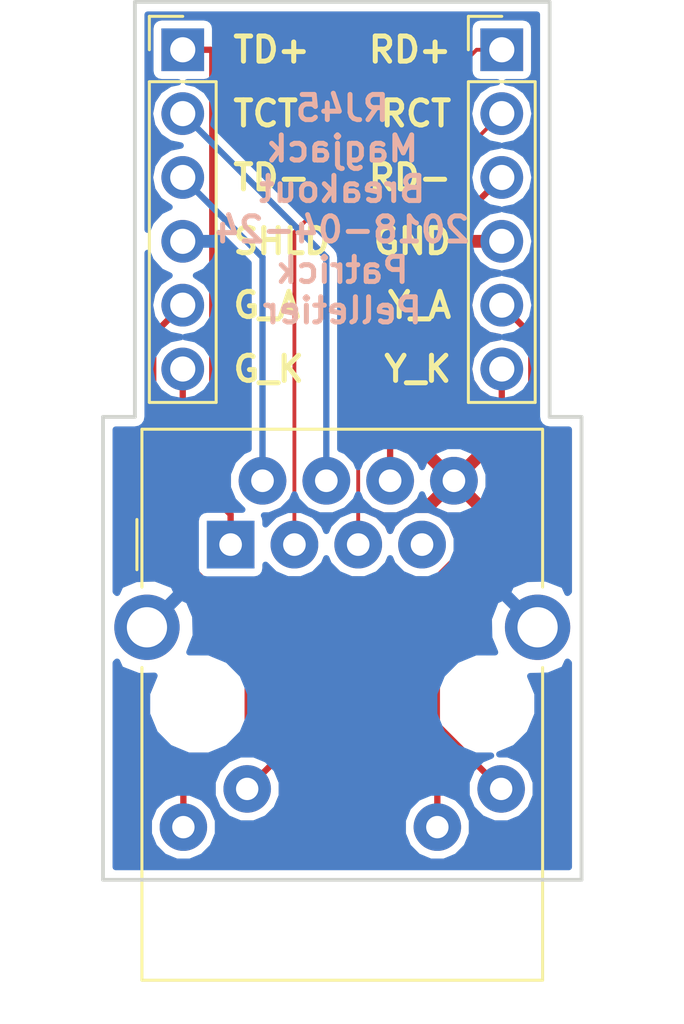
<source format=kicad_pcb>
(kicad_pcb (version 4) (host pcbnew 4.0.7)

  (general
    (links 13)
    (no_connects 0)
    (area 0 0 0 0)
    (thickness 1.6)
    (drawings 21)
    (tracks 39)
    (zones 0)
    (modules 3)
    (nets 14)
  )

  (page USLetter)
  (title_block
    (title "RJ45 Magjack Breakout")
    (date 2018-04-24)
    (rev 1.0)
    (company "Patrick Pelletier")
  )

  (layers
    (0 F.Cu signal)
    (31 B.Cu signal)
    (32 B.Adhes user)
    (33 F.Adhes user)
    (34 B.Paste user)
    (35 F.Paste user)
    (36 B.SilkS user)
    (37 F.SilkS user)
    (38 B.Mask user)
    (39 F.Mask user)
    (40 Dwgs.User user)
    (41 Cmts.User user)
    (42 Eco1.User user)
    (43 Eco2.User user)
    (44 Edge.Cuts user)
    (45 Margin user)
    (46 B.CrtYd user)
    (47 F.CrtYd user)
    (48 B.Fab user)
    (49 F.Fab user)
  )

  (setup
    (last_trace_width 0.25)
    (user_trace_width 0.1524)
    (trace_clearance 0.2)
    (zone_clearance 0.3048)
    (zone_45_only no)
    (trace_min 0.1524)
    (segment_width 0.2)
    (edge_width 0.15)
    (via_size 0.6)
    (via_drill 0.4)
    (via_min_size 0.4)
    (via_min_drill 0.3)
    (uvia_size 0.3)
    (uvia_drill 0.1)
    (uvias_allowed no)
    (uvia_min_size 0.2)
    (uvia_min_drill 0.1)
    (pcb_text_width 0.3)
    (pcb_text_size 1.5 1.5)
    (mod_edge_width 0.15)
    (mod_text_size 1 1)
    (mod_text_width 0.15)
    (pad_size 1.524 1.524)
    (pad_drill 0.762)
    (pad_to_mask_clearance 0)
    (aux_axis_origin 0 0)
    (visible_elements FFFEF77F)
    (pcbplotparams
      (layerselection 0x00030_80000001)
      (usegerberextensions false)
      (excludeedgelayer true)
      (linewidth 0.100000)
      (plotframeref false)
      (viasonmask false)
      (mode 1)
      (useauxorigin false)
      (hpglpennumber 1)
      (hpglpenspeed 20)
      (hpglpendiameter 15)
      (hpglpenoverlay 2)
      (psnegative false)
      (psa4output false)
      (plotreference true)
      (plotvalue true)
      (plotinvisibletext false)
      (padsonsilk false)
      (subtractmaskfromsilk false)
      (outputformat 1)
      (mirror false)
      (drillshape 1)
      (scaleselection 1)
      (outputdirectory ""))
  )

  (net 0 "")
  (net 1 "Net-(J1-Pad1)")
  (net 2 "Net-(J1-Pad2)")
  (net 3 "Net-(J1-Pad3)")
  (net 4 "Net-(J1-Pad4)")
  (net 5 "Net-(J1-Pad5)")
  (net 6 "Net-(J1-Pad6)")
  (net 7 "Net-(J2-PadR3)")
  (net 8 "Net-(J2-PadR5)")
  (net 9 "Net-(J2-PadR6)")
  (net 10 "Net-(J2-PadR7)")
  (net 11 GND)
  (net 12 "Net-(J2-PadL1)")
  (net 13 "Net-(J2-PadL2)")

  (net_class Default "This is the default net class."
    (clearance 0.2)
    (trace_width 0.25)
    (via_dia 0.6)
    (via_drill 0.4)
    (uvia_dia 0.3)
    (uvia_drill 0.1)
    (add_net GND)
    (add_net "Net-(J1-Pad1)")
    (add_net "Net-(J1-Pad2)")
    (add_net "Net-(J1-Pad3)")
    (add_net "Net-(J1-Pad4)")
    (add_net "Net-(J1-Pad5)")
    (add_net "Net-(J1-Pad6)")
    (add_net "Net-(J2-PadL1)")
    (add_net "Net-(J2-PadL2)")
    (add_net "Net-(J2-PadR6)")
    (add_net "Net-(J2-PadR7)")
  )

  (net_class Skinny ""
    (clearance 0.1524)
    (trace_width 0.1524)
    (via_dia 0.6)
    (via_drill 0.4)
    (uvia_dia 0.3)
    (uvia_drill 0.1)
    (add_net "Net-(J2-PadR3)")
    (add_net "Net-(J2-PadR5)")
  )

  (module Pin_Headers:Pin_Header_Straight_1x06_Pitch2.54mm (layer F.Cu) (tedit 5ADFDC51) (tstamp 5ADFD434)
    (at 132.08 77.47)
    (descr "Through hole straight pin header, 1x06, 2.54mm pitch, single row")
    (tags "Through hole pin header THT 1x06 2.54mm single row")
    (path /5ADFCFA8)
    (fp_text reference J1 (at 0 -2.33) (layer F.SilkS) hide
      (effects (font (size 1 1) (thickness 0.15)))
    )
    (fp_text value Conn_01x06 (at 0 15.03) (layer F.Fab)
      (effects (font (size 1 1) (thickness 0.15)))
    )
    (fp_line (start -0.635 -1.27) (end 1.27 -1.27) (layer F.Fab) (width 0.1))
    (fp_line (start 1.27 -1.27) (end 1.27 13.97) (layer F.Fab) (width 0.1))
    (fp_line (start 1.27 13.97) (end -1.27 13.97) (layer F.Fab) (width 0.1))
    (fp_line (start -1.27 13.97) (end -1.27 -0.635) (layer F.Fab) (width 0.1))
    (fp_line (start -1.27 -0.635) (end -0.635 -1.27) (layer F.Fab) (width 0.1))
    (fp_line (start -1.33 14.03) (end 1.33 14.03) (layer F.SilkS) (width 0.12))
    (fp_line (start -1.33 1.27) (end -1.33 14.03) (layer F.SilkS) (width 0.12))
    (fp_line (start 1.33 1.27) (end 1.33 14.03) (layer F.SilkS) (width 0.12))
    (fp_line (start -1.33 1.27) (end 1.33 1.27) (layer F.SilkS) (width 0.12))
    (fp_line (start -1.33 0) (end -1.33 -1.33) (layer F.SilkS) (width 0.12))
    (fp_line (start -1.33 -1.33) (end 0 -1.33) (layer F.SilkS) (width 0.12))
    (fp_line (start -1.8 -1.8) (end -1.8 14.5) (layer F.CrtYd) (width 0.05))
    (fp_line (start -1.8 14.5) (end 1.8 14.5) (layer F.CrtYd) (width 0.05))
    (fp_line (start 1.8 14.5) (end 1.8 -1.8) (layer F.CrtYd) (width 0.05))
    (fp_line (start 1.8 -1.8) (end -1.8 -1.8) (layer F.CrtYd) (width 0.05))
    (fp_text user %R (at 0 6.35 90) (layer F.Fab)
      (effects (font (size 1 1) (thickness 0.15)))
    )
    (pad 1 thru_hole rect (at 0 0) (size 1.7 1.7) (drill 1) (layers *.Cu *.Mask)
      (net 1 "Net-(J1-Pad1)"))
    (pad 2 thru_hole oval (at 0 2.54) (size 1.7 1.7) (drill 1) (layers *.Cu *.Mask)
      (net 2 "Net-(J1-Pad2)"))
    (pad 3 thru_hole oval (at 0 5.08) (size 1.7 1.7) (drill 1) (layers *.Cu *.Mask)
      (net 3 "Net-(J1-Pad3)"))
    (pad 4 thru_hole oval (at 0 7.62) (size 1.7 1.7) (drill 1) (layers *.Cu *.Mask)
      (net 4 "Net-(J1-Pad4)"))
    (pad 5 thru_hole oval (at 0 10.16) (size 1.7 1.7) (drill 1) (layers *.Cu *.Mask)
      (net 5 "Net-(J1-Pad5)"))
    (pad 6 thru_hole oval (at 0 12.7) (size 1.7 1.7) (drill 1) (layers *.Cu *.Mask)
      (net 6 "Net-(J1-Pad6)"))
    (model ${KISYS3DMOD}/Pin_Headers.3dshapes/Pin_Header_Straight_1x06_Pitch2.54mm.wrl
      (at (xyz 0 0 0))
      (scale (xyz 1 1 1))
      (rotate (xyz 0 0 0))
    )
  )

  (module myLibrary:RJ45_Amphenol_RJMG1BD3B8K1ANR (layer F.Cu) (tedit 5ADFDC66) (tstamp 5ADFD459)
    (at 133.985 97.155)
    (descr "1 Port RJ45 Magjack Connector Through Hole 10/100 Base-T, AutoMDIX, https://www.amphenolcanada.com/ProductSearch/Drawings/AC/RJMG1BD3B8K1ANR.PDF")
    (tags "RJ45 Magjack")
    (path /5ADFCF67)
    (fp_text reference J2 (at 4.445 -5.49) (layer F.SilkS) hide
      (effects (font (size 1 1) (thickness 0.15)))
    )
    (fp_text value RJ45_Amphenol_RJMG1BD3B8K1ANR (at 4.445 18.23) (layer F.Fab)
      (effects (font (size 1 1) (thickness 0.15)))
    )
    (fp_line (start -2.43 -4.49) (end 12.32 -4.49) (layer F.Fab) (width 0.1))
    (fp_line (start 12.32 -4.49) (end 12.32 17.23) (layer F.Fab) (width 0.1))
    (fp_line (start 12.32 17.23) (end -3.43 17.23) (layer F.Fab) (width 0.1))
    (fp_line (start -3.43 17.23) (end -3.43 -3.49) (layer F.Fab) (width 0.1))
    (fp_line (start -3.43 -3.49) (end -2.43 -4.49) (layer F.Fab) (width 0.1))
    (fp_line (start -3.53 1.69) (end -3.53 -4.59) (layer F.SilkS) (width 0.12))
    (fp_line (start -3.53 -4.59) (end 12.42 -4.59) (layer F.SilkS) (width 0.12))
    (fp_line (start 12.42 -4.59) (end 12.42 1.69) (layer F.SilkS) (width 0.12))
    (fp_line (start 12.42 4.89) (end 12.42 17.33) (layer F.SilkS) (width 0.12))
    (fp_line (start 12.42 17.33) (end -3.53 17.33) (layer F.SilkS) (width 0.12))
    (fp_line (start -3.53 17.33) (end -3.53 4.89) (layer F.SilkS) (width 0.12))
    (fp_line (start -3.73 -1) (end -3.73 1) (layer F.SilkS) (width 0.12))
    (fp_line (start -5.13 -4.99) (end -5.13 17.73) (layer F.CrtYd) (width 0.05))
    (fp_line (start -5.13 17.73) (end 14.02 17.73) (layer F.CrtYd) (width 0.05))
    (fp_line (start 14.02 17.73) (end 14.02 -4.99) (layer F.CrtYd) (width 0.05))
    (fp_line (start 14.02 -4.99) (end -5.13 -4.99) (layer F.CrtYd) (width 0.05))
    (fp_text user %R (at 4.445 6.37) (layer F.Fab)
      (effects (font (size 1 1) (thickness 0.15)))
    )
    (pad R1 thru_hole rect (at 0 0) (size 1.9 1.9) (drill 0.9) (layers *.Cu *.Mask)
      (net 1 "Net-(J1-Pad1)"))
    (pad R2 thru_hole circle (at 1.27 -2.54) (size 1.9 1.9) (drill 0.9) (layers *.Cu *.Mask)
      (net 3 "Net-(J1-Pad3)"))
    (pad R3 thru_hole circle (at 2.54 0) (size 1.9 1.9) (drill 0.9) (layers *.Cu *.Mask)
      (net 7 "Net-(J2-PadR3)"))
    (pad R4 thru_hole circle (at 3.81 -2.54) (size 1.9 1.9) (drill 0.9) (layers *.Cu *.Mask)
      (net 2 "Net-(J1-Pad2)"))
    (pad R5 thru_hole circle (at 5.08 0) (size 1.9 1.9) (drill 0.9) (layers *.Cu *.Mask)
      (net 8 "Net-(J2-PadR5)"))
    (pad R6 thru_hole circle (at 6.35 -2.54) (size 1.9 1.9) (drill 0.9) (layers *.Cu *.Mask)
      (net 9 "Net-(J2-PadR6)"))
    (pad R7 thru_hole circle (at 7.62 0) (size 1.9 1.9) (drill 0.9) (layers *.Cu *.Mask)
      (net 10 "Net-(J2-PadR7)"))
    (pad R8 thru_hole circle (at 8.89 -2.54) (size 1.9 1.9) (drill 0.9) (layers *.Cu *.Mask)
      (net 11 GND))
    (pad L1 thru_hole circle (at 10.77 9.72) (size 1.89 1.89) (drill 0.89) (layers *.Cu *.Mask)
      (net 12 "Net-(J2-PadL1)"))
    (pad L2 thru_hole circle (at 8.23 11.24) (size 1.89 1.89) (drill 0.89) (layers *.Cu *.Mask)
      (net 13 "Net-(J2-PadL2)"))
    (pad L3 thru_hole circle (at 0.66 9.72) (size 1.89 1.89) (drill 0.89) (layers *.Cu *.Mask)
      (net 6 "Net-(J1-Pad6)"))
    (pad L4 thru_hole circle (at -1.88 11.24) (size 1.89 1.89) (drill 0.89) (layers *.Cu *.Mask)
      (net 5 "Net-(J1-Pad5)"))
    (pad 13 thru_hole circle (at -3.33 3.29) (size 2.6 2.6) (drill 1.6) (layers *.Cu *.Mask)
      (net 4 "Net-(J1-Pad4)"))
    (pad 13 thru_hole circle (at 12.22 3.29) (size 2.6 2.6) (drill 1.6) (layers *.Cu *.Mask)
      (net 4 "Net-(J1-Pad4)"))
    (pad "" np_thru_hole circle (at -1.27 6.34) (size 3.25 3.25) (drill 3.25) (layers *.Cu *.Mask))
    (pad "" np_thru_hole circle (at 10.16 6.34) (size 3.25 3.25) (drill 3.25) (layers *.Cu *.Mask))
    (model ${KISYS3DMOD}/Connector_RJ.3dshapes/RJ45_Amphenol_RJMG1BD3B8K1ANR.wrl
      (at (xyz 0 0 0))
      (scale (xyz 1 1 1))
      (rotate (xyz 0 0 0))
    )
  )

  (module Pin_Headers:Pin_Header_Straight_1x06_Pitch2.54mm (layer F.Cu) (tedit 5ADFDC60) (tstamp 5ADFD473)
    (at 144.78 77.47)
    (descr "Through hole straight pin header, 1x06, 2.54mm pitch, single row")
    (tags "Through hole pin header THT 1x06 2.54mm single row")
    (path /5ADFCFCA)
    (fp_text reference J3 (at 0 -2.33) (layer F.SilkS) hide
      (effects (font (size 1 1) (thickness 0.15)))
    )
    (fp_text value Conn_01x06 (at 0 15.03) (layer F.Fab)
      (effects (font (size 1 1) (thickness 0.15)))
    )
    (fp_line (start -0.635 -1.27) (end 1.27 -1.27) (layer F.Fab) (width 0.1))
    (fp_line (start 1.27 -1.27) (end 1.27 13.97) (layer F.Fab) (width 0.1))
    (fp_line (start 1.27 13.97) (end -1.27 13.97) (layer F.Fab) (width 0.1))
    (fp_line (start -1.27 13.97) (end -1.27 -0.635) (layer F.Fab) (width 0.1))
    (fp_line (start -1.27 -0.635) (end -0.635 -1.27) (layer F.Fab) (width 0.1))
    (fp_line (start -1.33 14.03) (end 1.33 14.03) (layer F.SilkS) (width 0.12))
    (fp_line (start -1.33 1.27) (end -1.33 14.03) (layer F.SilkS) (width 0.12))
    (fp_line (start 1.33 1.27) (end 1.33 14.03) (layer F.SilkS) (width 0.12))
    (fp_line (start -1.33 1.27) (end 1.33 1.27) (layer F.SilkS) (width 0.12))
    (fp_line (start -1.33 0) (end -1.33 -1.33) (layer F.SilkS) (width 0.12))
    (fp_line (start -1.33 -1.33) (end 0 -1.33) (layer F.SilkS) (width 0.12))
    (fp_line (start -1.8 -1.8) (end -1.8 14.5) (layer F.CrtYd) (width 0.05))
    (fp_line (start -1.8 14.5) (end 1.8 14.5) (layer F.CrtYd) (width 0.05))
    (fp_line (start 1.8 14.5) (end 1.8 -1.8) (layer F.CrtYd) (width 0.05))
    (fp_line (start 1.8 -1.8) (end -1.8 -1.8) (layer F.CrtYd) (width 0.05))
    (fp_text user %R (at 0 6.35 90) (layer F.Fab)
      (effects (font (size 1 1) (thickness 0.15)))
    )
    (pad 1 thru_hole rect (at 0 0) (size 1.7 1.7) (drill 1) (layers *.Cu *.Mask)
      (net 7 "Net-(J2-PadR3)"))
    (pad 2 thru_hole oval (at 0 2.54) (size 1.7 1.7) (drill 1) (layers *.Cu *.Mask)
      (net 8 "Net-(J2-PadR5)"))
    (pad 3 thru_hole oval (at 0 5.08) (size 1.7 1.7) (drill 1) (layers *.Cu *.Mask)
      (net 9 "Net-(J2-PadR6)"))
    (pad 4 thru_hole oval (at 0 7.62) (size 1.7 1.7) (drill 1) (layers *.Cu *.Mask)
      (net 11 GND))
    (pad 5 thru_hole oval (at 0 10.16) (size 1.7 1.7) (drill 1) (layers *.Cu *.Mask)
      (net 12 "Net-(J2-PadL1)"))
    (pad 6 thru_hole oval (at 0 12.7) (size 1.7 1.7) (drill 1) (layers *.Cu *.Mask)
      (net 13 "Net-(J2-PadL2)"))
    (model ${KISYS3DMOD}/Pin_Headers.3dshapes/Pin_Header_Straight_1x06_Pitch2.54mm.wrl
      (at (xyz 0 0 0))
      (scale (xyz 1 1 1))
      (rotate (xyz 0 0 0))
    )
  )

  (gr_text "RJ45\nMagjack\nBreakout\n2018-04-24\nPatrick\nPelletier" (at 138.43 83.82) (layer B.SilkS)
    (effects (font (size 1 1) (thickness 0.2)) (justify mirror))
  )
  (gr_text Y_K (at 142.875 90.17) (layer F.SilkS)
    (effects (font (size 1 1) (thickness 0.2)) (justify right))
  )
  (gr_text Y_A (at 142.875 87.63) (layer F.SilkS)
    (effects (font (size 1 1) (thickness 0.2)) (justify right))
  )
  (gr_text GND (at 142.875 85.09) (layer F.SilkS)
    (effects (font (size 1 1) (thickness 0.2)) (justify right))
  )
  (gr_text RD- (at 142.875 82.55) (layer F.SilkS)
    (effects (font (size 1 1) (thickness 0.2)) (justify right))
  )
  (gr_text RCT (at 142.875 80.01) (layer F.SilkS)
    (effects (font (size 1 1) (thickness 0.2)) (justify right))
  )
  (gr_text RD+ (at 142.875 77.47) (layer F.SilkS)
    (effects (font (size 1 1) (thickness 0.2)) (justify right))
  )
  (gr_text G_K (at 133.985 90.17) (layer F.SilkS)
    (effects (font (size 1 1) (thickness 0.2)) (justify left))
  )
  (gr_text G_A (at 133.985 87.63) (layer F.SilkS)
    (effects (font (size 1 1) (thickness 0.2)) (justify left))
  )
  (gr_text SHLD (at 133.985 85.09) (layer F.SilkS)
    (effects (font (size 1 1) (thickness 0.2)) (justify left))
  )
  (gr_text TD- (at 133.985 82.55) (layer F.SilkS)
    (effects (font (size 1 1) (thickness 0.2)) (justify left))
  )
  (gr_text TCT (at 133.985 80.01) (layer F.SilkS)
    (effects (font (size 1 1) (thickness 0.2)) (justify left))
  )
  (gr_text TD+ (at 133.985 77.47) (layer F.SilkS)
    (effects (font (size 1 1) (thickness 0.2)) (justify left))
  )
  (gr_line (start 128.905 92.075) (end 128.905 110.49) (angle 90) (layer Edge.Cuts) (width 0.15))
  (gr_line (start 130.175 92.075) (end 128.905 92.075) (angle 90) (layer Edge.Cuts) (width 0.15))
  (gr_line (start 130.175 75.565) (end 130.175 92.075) (angle 90) (layer Edge.Cuts) (width 0.15))
  (gr_line (start 146.685 75.565) (end 130.175 75.565) (angle 90) (layer Edge.Cuts) (width 0.15))
  (gr_line (start 146.685 92.075) (end 146.685 75.565) (angle 90) (layer Edge.Cuts) (width 0.15))
  (gr_line (start 147.955 92.075) (end 146.685 92.075) (angle 90) (layer Edge.Cuts) (width 0.15))
  (gr_line (start 147.955 110.49) (end 147.955 92.075) (angle 90) (layer Edge.Cuts) (width 0.15))
  (gr_line (start 128.905 110.49) (end 147.955 110.49) (angle 90) (layer Edge.Cuts) (width 0.15))

  (segment (start 133.985 97.155) (end 133.985 95.955) (width 0.25) (layer F.Cu) (net 1))
  (segment (start 133.985 95.955) (end 133.255001 95.225001) (width 0.25) (layer F.Cu) (net 1))
  (segment (start 133.255001 95.225001) (end 133.255001 77.545001) (width 0.25) (layer F.Cu) (net 1))
  (segment (start 133.255001 77.545001) (end 133.18 77.47) (width 0.25) (layer F.Cu) (net 1))
  (segment (start 133.18 77.47) (end 132.08 77.47) (width 0.25) (layer F.Cu) (net 1))
  (segment (start 137.795 94.615) (end 137.795 85.725) (width 0.25) (layer B.Cu) (net 2))
  (segment (start 137.795 85.725) (end 132.08 80.01) (width 0.25) (layer B.Cu) (net 2))
  (segment (start 135.255 94.615) (end 135.255 85.725) (width 0.25) (layer B.Cu) (net 3))
  (segment (start 135.255 85.725) (end 132.08 82.55) (width 0.25) (layer B.Cu) (net 3))
  (segment (start 134.665001 101.010001) (end 130.904999 97.249999) (width 0.25) (layer F.Cu) (net 5))
  (segment (start 130.904999 97.249999) (end 130.904999 88.805001) (width 0.25) (layer F.Cu) (net 5))
  (segment (start 130.904999 88.805001) (end 131.230001 88.479999) (width 0.25) (layer F.Cu) (net 5))
  (segment (start 131.230001 88.479999) (end 132.08 87.63) (width 0.25) (layer F.Cu) (net 5))
  (segment (start 132.105 108.395) (end 132.105 107.058569) (width 0.25) (layer F.Cu) (net 5))
  (segment (start 132.105 107.058569) (end 134.665001 104.498568) (width 0.25) (layer F.Cu) (net 5))
  (segment (start 134.665001 104.498568) (end 134.665001 101.010001) (width 0.25) (layer F.Cu) (net 5))
  (segment (start 134.645 106.875) (end 135.589999 105.930001) (width 0.25) (layer F.Cu) (net 6))
  (segment (start 135.589999 105.930001) (end 135.589999 101.245001) (width 0.25) (layer F.Cu) (net 6))
  (segment (start 135.589999 101.245001) (end 132.08 97.735002) (width 0.25) (layer F.Cu) (net 6))
  (segment (start 132.08 97.735002) (end 132.08 91.372081) (width 0.25) (layer F.Cu) (net 6))
  (segment (start 132.08 91.372081) (end 132.08 90.17) (width 0.25) (layer F.Cu) (net 6))
  (segment (start 136.525 97.155) (end 136.525 84.7226) (width 0.1524) (layer F.Cu) (net 7))
  (segment (start 136.525 84.7226) (end 143.7776 77.47) (width 0.1524) (layer F.Cu) (net 7))
  (segment (start 143.7776 77.47) (end 144.78 77.47) (width 0.1524) (layer F.Cu) (net 7))
  (segment (start 139.065 97.155) (end 139.065 85.725) (width 0.1524) (layer F.Cu) (net 8))
  (segment (start 139.065 85.725) (end 144.78 80.01) (width 0.1524) (layer F.Cu) (net 8))
  (segment (start 140.335 94.615) (end 140.335 86.995) (width 0.25) (layer F.Cu) (net 9))
  (segment (start 140.335 86.995) (end 144.78 82.55) (width 0.25) (layer F.Cu) (net 9))
  (segment (start 145.629999 88.479999) (end 144.78 87.63) (width 0.25) (layer F.Cu) (net 12))
  (segment (start 145.955001 88.805001) (end 145.629999 88.479999) (width 0.25) (layer F.Cu) (net 12))
  (segment (start 142.194999 99.106411) (end 145.955001 95.346409) (width 0.25) (layer F.Cu) (net 12))
  (segment (start 142.194999 104.314999) (end 142.194999 99.106411) (width 0.25) (layer F.Cu) (net 12))
  (segment (start 144.755 106.875) (end 142.194999 104.314999) (width 0.25) (layer F.Cu) (net 12))
  (segment (start 145.955001 95.346409) (end 145.955001 88.805001) (width 0.25) (layer F.Cu) (net 12))
  (segment (start 141.605 99.06) (end 144.78 95.885) (width 0.25) (layer F.Cu) (net 13))
  (segment (start 144.78 95.885) (end 144.78 90.17) (width 0.25) (layer F.Cu) (net 13))
  (segment (start 141.605 106.448569) (end 141.605 99.06) (width 0.25) (layer F.Cu) (net 13))
  (segment (start 142.215 108.395) (end 142.215 107.058569) (width 0.25) (layer F.Cu) (net 13))
  (segment (start 142.215 107.058569) (end 141.605 106.448569) (width 0.25) (layer F.Cu) (net 13))

  (zone (net 4) (net_name "Net-(J1-Pad4)") (layer B.Cu) (tstamp 5ADFE2B8) (hatch edge 0.508)
    (connect_pads (clearance 0.3048))
    (min_thickness 0.254)
    (fill yes (arc_segments 16) (thermal_gap 0.508) (thermal_bridge_width 0.508))
    (polygon
      (pts
        (xy 146.685 92.075) (xy 147.955 92.075) (xy 147.955 110.49) (xy 128.905 110.49) (xy 128.905 92.075)
        (xy 130.175 92.075) (xy 130.175 75.565) (xy 146.685 75.565)
      )
    )
    (filled_polygon
      (pts
        (xy 146.1782 92.075) (xy 146.216778 92.268944) (xy 146.326638 92.433362) (xy 146.491056 92.543222) (xy 146.685 92.5818)
        (xy 147.4482 92.5818) (xy 147.4482 99.022192) (xy 147.394853 99.075539) (xy 147.259496 98.777545) (xy 146.54112 98.500934)
        (xy 145.771573 98.52029) (xy 145.150504 98.777545) (xy 145.015146 99.075541) (xy 146.205 100.265395) (xy 146.219143 100.251253)
        (xy 146.398748 100.430858) (xy 146.384605 100.445) (xy 146.398748 100.459143) (xy 146.219143 100.638748) (xy 146.205 100.624605)
        (xy 146.190858 100.638748) (xy 146.011253 100.459143) (xy 146.025395 100.445) (xy 144.835541 99.255146) (xy 144.537545 99.390504)
        (xy 144.260934 100.10888) (xy 144.28029 100.878427) (xy 144.512288 101.43852) (xy 143.737672 101.437844) (xy 142.981439 101.750313)
        (xy 142.402347 102.328395) (xy 142.088558 103.084082) (xy 142.087844 103.902328) (xy 142.400313 104.658561) (xy 142.978395 105.237653)
        (xy 143.734082 105.551442) (xy 144.351603 105.551981) (xy 143.976124 105.707125) (xy 143.588486 106.094087) (xy 143.37844 106.599936)
        (xy 143.377962 107.147661) (xy 143.587125 107.653876) (xy 143.974087 108.041514) (xy 144.479936 108.25156) (xy 145.027661 108.252038)
        (xy 145.533876 108.042875) (xy 145.921514 107.655913) (xy 146.13156 107.150064) (xy 146.132038 106.602339) (xy 145.922875 106.096124)
        (xy 145.535913 105.708486) (xy 145.030064 105.49844) (xy 144.683064 105.498137) (xy 145.308561 105.239687) (xy 145.887653 104.661605)
        (xy 146.201442 103.905918) (xy 146.202156 103.087672) (xy 145.913039 102.387955) (xy 146.638427 102.36971) (xy 147.259496 102.112455)
        (xy 147.394853 101.814461) (xy 147.4482 101.867808) (xy 147.4482 109.9832) (xy 129.4118 109.9832) (xy 129.4118 108.667661)
        (xy 130.727962 108.667661) (xy 130.937125 109.173876) (xy 131.324087 109.561514) (xy 131.829936 109.77156) (xy 132.377661 109.772038)
        (xy 132.883876 109.562875) (xy 133.271514 109.175913) (xy 133.48156 108.670064) (xy 133.481562 108.667661) (xy 140.837962 108.667661)
        (xy 141.047125 109.173876) (xy 141.434087 109.561514) (xy 141.939936 109.77156) (xy 142.487661 109.772038) (xy 142.993876 109.562875)
        (xy 143.381514 109.175913) (xy 143.59156 108.670064) (xy 143.592038 108.122339) (xy 143.382875 107.616124) (xy 142.995913 107.228486)
        (xy 142.490064 107.01844) (xy 141.942339 107.017962) (xy 141.436124 107.227125) (xy 141.048486 107.614087) (xy 140.83844 108.119936)
        (xy 140.837962 108.667661) (xy 133.481562 108.667661) (xy 133.482038 108.122339) (xy 133.272875 107.616124) (xy 132.885913 107.228486)
        (xy 132.691264 107.147661) (xy 133.267962 107.147661) (xy 133.477125 107.653876) (xy 133.864087 108.041514) (xy 134.369936 108.25156)
        (xy 134.917661 108.252038) (xy 135.423876 108.042875) (xy 135.811514 107.655913) (xy 136.02156 107.150064) (xy 136.022038 106.602339)
        (xy 135.812875 106.096124) (xy 135.425913 105.708486) (xy 134.920064 105.49844) (xy 134.372339 105.497962) (xy 133.866124 105.707125)
        (xy 133.478486 106.094087) (xy 133.26844 106.599936) (xy 133.267962 107.147661) (xy 132.691264 107.147661) (xy 132.380064 107.01844)
        (xy 131.832339 107.017962) (xy 131.326124 107.227125) (xy 130.938486 107.614087) (xy 130.72844 108.119936) (xy 130.727962 108.667661)
        (xy 129.4118 108.667661) (xy 129.4118 101.867808) (xy 129.465147 101.814461) (xy 129.600504 102.112455) (xy 130.31888 102.389066)
        (xy 130.953785 102.373097) (xy 130.658558 103.084082) (xy 130.657844 103.902328) (xy 130.970313 104.658561) (xy 131.548395 105.237653)
        (xy 132.304082 105.551442) (xy 133.122328 105.552156) (xy 133.878561 105.239687) (xy 134.457653 104.661605) (xy 134.771442 103.905918)
        (xy 134.772156 103.087672) (xy 134.459687 102.331439) (xy 133.881605 101.752347) (xy 133.125918 101.438558) (xy 132.346181 101.437878)
        (xy 132.599066 100.78112) (xy 132.57971 100.011573) (xy 132.322455 99.390504) (xy 132.024459 99.255146) (xy 130.834605 100.445)
        (xy 130.848748 100.459143) (xy 130.669143 100.638748) (xy 130.655 100.624605) (xy 130.640858 100.638748) (xy 130.461253 100.459143)
        (xy 130.475395 100.445) (xy 130.461253 100.430858) (xy 130.640858 100.251253) (xy 130.655 100.265395) (xy 131.844854 99.075541)
        (xy 131.709496 98.777545) (xy 130.99112 98.500934) (xy 130.221573 98.52029) (xy 129.600504 98.777545) (xy 129.465147 99.075539)
        (xy 129.4118 99.022192) (xy 129.4118 92.5818) (xy 130.175 92.5818) (xy 130.368944 92.543222) (xy 130.533362 92.433362)
        (xy 130.643222 92.268944) (xy 130.6818 92.075) (xy 130.6818 85.551374) (xy 130.808355 85.856924) (xy 131.198642 86.285183)
        (xy 131.554552 86.452327) (xy 131.148519 86.723631) (xy 130.870659 87.139476) (xy 130.773088 87.63) (xy 130.870659 88.120524)
        (xy 131.148519 88.536369) (xy 131.564364 88.814229) (xy 131.995565 88.9) (xy 131.564364 88.985771) (xy 131.148519 89.263631)
        (xy 130.870659 89.679476) (xy 130.773088 90.17) (xy 130.870659 90.660524) (xy 131.148519 91.076369) (xy 131.564364 91.354229)
        (xy 132.054888 91.4518) (xy 132.105112 91.4518) (xy 132.595636 91.354229) (xy 133.011481 91.076369) (xy 133.289341 90.660524)
        (xy 133.386912 90.17) (xy 133.289341 89.679476) (xy 133.011481 89.263631) (xy 132.595636 88.985771) (xy 132.164435 88.9)
        (xy 132.595636 88.814229) (xy 133.011481 88.536369) (xy 133.289341 88.120524) (xy 133.386912 87.63) (xy 133.289341 87.139476)
        (xy 133.011481 86.723631) (xy 132.605448 86.452327) (xy 132.961358 86.285183) (xy 133.351645 85.856924) (xy 133.521476 85.44689)
        (xy 133.400155 85.217) (xy 132.207 85.217) (xy 132.207 85.237) (xy 131.953 85.237) (xy 131.953 85.217)
        (xy 131.933 85.217) (xy 131.933 84.963) (xy 131.953 84.963) (xy 131.953 84.943) (xy 132.207 84.943)
        (xy 132.207 84.963) (xy 133.400155 84.963) (xy 133.505655 84.763089) (xy 134.6982 85.955634) (xy 134.6982 93.349956)
        (xy 134.473296 93.442884) (xy 134.08425 93.831251) (xy 133.87344 94.338937) (xy 133.872961 94.888651) (xy 134.082884 95.396704)
        (xy 134.450279 95.764741) (xy 133.035 95.764741) (xy 132.874985 95.79485) (xy 132.72802 95.889419) (xy 132.629427 96.033715)
        (xy 132.594741 96.205) (xy 132.594741 98.105) (xy 132.62485 98.265015) (xy 132.719419 98.41198) (xy 132.863715 98.510573)
        (xy 133.035 98.545259) (xy 134.935 98.545259) (xy 135.095015 98.51515) (xy 135.24198 98.420581) (xy 135.340573 98.276285)
        (xy 135.375259 98.105) (xy 135.375259 97.959118) (xy 135.741251 98.32575) (xy 136.248937 98.53656) (xy 136.798651 98.537039)
        (xy 137.306704 98.327116) (xy 137.69575 97.938749) (xy 137.794984 97.699768) (xy 137.892884 97.936704) (xy 138.281251 98.32575)
        (xy 138.788937 98.53656) (xy 139.338651 98.537039) (xy 139.846704 98.327116) (xy 140.23575 97.938749) (xy 140.334984 97.699768)
        (xy 140.432884 97.936704) (xy 140.821251 98.32575) (xy 141.328937 98.53656) (xy 141.878651 98.537039) (xy 142.386704 98.327116)
        (xy 142.77575 97.938749) (xy 142.98656 97.431063) (xy 142.987039 96.881349) (xy 142.777116 96.373296) (xy 142.388749 95.98425)
        (xy 141.881063 95.77344) (xy 141.331349 95.772961) (xy 140.823296 95.982884) (xy 140.43425 96.371251) (xy 140.335016 96.610232)
        (xy 140.237116 96.373296) (xy 139.848749 95.98425) (xy 139.341063 95.77344) (xy 138.791349 95.772961) (xy 138.283296 95.982884)
        (xy 137.89425 96.371251) (xy 137.795016 96.610232) (xy 137.697116 96.373296) (xy 137.308749 95.98425) (xy 136.801063 95.77344)
        (xy 136.251349 95.772961) (xy 135.743296 95.982884) (xy 135.375259 96.350279) (xy 135.375259 96.205) (xy 135.34515 96.044985)
        (xy 135.314177 95.996852) (xy 135.528651 95.997039) (xy 136.036704 95.787116) (xy 136.42575 95.398749) (xy 136.524984 95.159768)
        (xy 136.622884 95.396704) (xy 137.011251 95.78575) (xy 137.518937 95.99656) (xy 138.068651 95.997039) (xy 138.576704 95.787116)
        (xy 138.96575 95.398749) (xy 139.064984 95.159768) (xy 139.162884 95.396704) (xy 139.551251 95.78575) (xy 140.058937 95.99656)
        (xy 140.608651 95.997039) (xy 141.116704 95.787116) (xy 141.50575 95.398749) (xy 141.604984 95.159768) (xy 141.702884 95.396704)
        (xy 142.091251 95.78575) (xy 142.598937 95.99656) (xy 143.148651 95.997039) (xy 143.656704 95.787116) (xy 144.04575 95.398749)
        (xy 144.25656 94.891063) (xy 144.257039 94.341349) (xy 144.047116 93.833296) (xy 143.658749 93.44425) (xy 143.151063 93.23344)
        (xy 142.601349 93.232961) (xy 142.093296 93.442884) (xy 141.70425 93.831251) (xy 141.605016 94.070232) (xy 141.507116 93.833296)
        (xy 141.118749 93.44425) (xy 140.611063 93.23344) (xy 140.061349 93.232961) (xy 139.553296 93.442884) (xy 139.16425 93.831251)
        (xy 139.065016 94.070232) (xy 138.967116 93.833296) (xy 138.578749 93.44425) (xy 138.3518 93.350012) (xy 138.3518 85.725)
        (xy 138.309416 85.511922) (xy 138.188717 85.331283) (xy 133.300725 80.443291) (xy 133.386912 80.01) (xy 143.473088 80.01)
        (xy 143.570659 80.500524) (xy 143.848519 80.916369) (xy 144.264364 81.194229) (xy 144.695565 81.28) (xy 144.264364 81.365771)
        (xy 143.848519 81.643631) (xy 143.570659 82.059476) (xy 143.473088 82.55) (xy 143.570659 83.040524) (xy 143.848519 83.456369)
        (xy 144.264364 83.734229) (xy 144.695565 83.82) (xy 144.264364 83.905771) (xy 143.848519 84.183631) (xy 143.570659 84.599476)
        (xy 143.473088 85.09) (xy 143.570659 85.580524) (xy 143.848519 85.996369) (xy 144.264364 86.274229) (xy 144.695565 86.36)
        (xy 144.264364 86.445771) (xy 143.848519 86.723631) (xy 143.570659 87.139476) (xy 143.473088 87.63) (xy 143.570659 88.120524)
        (xy 143.848519 88.536369) (xy 144.264364 88.814229) (xy 144.695565 88.9) (xy 144.264364 88.985771) (xy 143.848519 89.263631)
        (xy 143.570659 89.679476) (xy 143.473088 90.17) (xy 143.570659 90.660524) (xy 143.848519 91.076369) (xy 144.264364 91.354229)
        (xy 144.754888 91.4518) (xy 144.805112 91.4518) (xy 145.295636 91.354229) (xy 145.711481 91.076369) (xy 145.989341 90.660524)
        (xy 146.086912 90.17) (xy 145.989341 89.679476) (xy 145.711481 89.263631) (xy 145.295636 88.985771) (xy 144.864435 88.9)
        (xy 145.295636 88.814229) (xy 145.711481 88.536369) (xy 145.989341 88.120524) (xy 146.086912 87.63) (xy 145.989341 87.139476)
        (xy 145.711481 86.723631) (xy 145.295636 86.445771) (xy 144.864435 86.36) (xy 145.295636 86.274229) (xy 145.711481 85.996369)
        (xy 145.989341 85.580524) (xy 146.086912 85.09) (xy 145.989341 84.599476) (xy 145.711481 84.183631) (xy 145.295636 83.905771)
        (xy 144.864435 83.82) (xy 145.295636 83.734229) (xy 145.711481 83.456369) (xy 145.989341 83.040524) (xy 146.086912 82.55)
        (xy 145.989341 82.059476) (xy 145.711481 81.643631) (xy 145.295636 81.365771) (xy 144.864435 81.28) (xy 145.295636 81.194229)
        (xy 145.711481 80.916369) (xy 145.989341 80.500524) (xy 146.086912 80.01) (xy 145.989341 79.519476) (xy 145.711481 79.103631)
        (xy 145.295636 78.825771) (xy 144.966284 78.760259) (xy 145.63 78.760259) (xy 145.790015 78.73015) (xy 145.93698 78.635581)
        (xy 146.035573 78.491285) (xy 146.070259 78.32) (xy 146.070259 76.62) (xy 146.04015 76.459985) (xy 145.945581 76.31302)
        (xy 145.801285 76.214427) (xy 145.63 76.179741) (xy 143.93 76.179741) (xy 143.769985 76.20985) (xy 143.62302 76.304419)
        (xy 143.524427 76.448715) (xy 143.489741 76.62) (xy 143.489741 78.32) (xy 143.51985 78.480015) (xy 143.614419 78.62698)
        (xy 143.758715 78.725573) (xy 143.93 78.760259) (xy 144.593716 78.760259) (xy 144.264364 78.825771) (xy 143.848519 79.103631)
        (xy 143.570659 79.519476) (xy 143.473088 80.01) (xy 133.386912 80.01) (xy 133.289341 79.519476) (xy 133.011481 79.103631)
        (xy 132.595636 78.825771) (xy 132.266284 78.760259) (xy 132.93 78.760259) (xy 133.090015 78.73015) (xy 133.23698 78.635581)
        (xy 133.335573 78.491285) (xy 133.370259 78.32) (xy 133.370259 76.62) (xy 133.34015 76.459985) (xy 133.245581 76.31302)
        (xy 133.101285 76.214427) (xy 132.93 76.179741) (xy 131.23 76.179741) (xy 131.069985 76.20985) (xy 130.92302 76.304419)
        (xy 130.824427 76.448715) (xy 130.789741 76.62) (xy 130.789741 78.32) (xy 130.81985 78.480015) (xy 130.914419 78.62698)
        (xy 131.058715 78.725573) (xy 131.23 78.760259) (xy 131.893716 78.760259) (xy 131.564364 78.825771) (xy 131.148519 79.103631)
        (xy 130.870659 79.519476) (xy 130.773088 80.01) (xy 130.870659 80.500524) (xy 131.148519 80.916369) (xy 131.564364 81.194229)
        (xy 131.995565 81.28) (xy 131.564364 81.365771) (xy 131.148519 81.643631) (xy 130.870659 82.059476) (xy 130.773088 82.55)
        (xy 130.870659 83.040524) (xy 131.148519 83.456369) (xy 131.554552 83.727673) (xy 131.198642 83.894817) (xy 130.808355 84.323076)
        (xy 130.6818 84.628626) (xy 130.6818 76.0718) (xy 146.1782 76.0718)
      )
    )
  )
  (zone (net 11) (net_name GND) (layer F.Cu) (tstamp 5ADFE2E4) (hatch edge 0.508)
    (connect_pads (clearance 0.3048))
    (min_thickness 0.254)
    (fill yes (arc_segments 16) (thermal_gap 0.508) (thermal_bridge_width 0.508))
    (polygon
      (pts
        (xy 146.685 92.075) (xy 147.955 92.075) (xy 147.955 110.49) (xy 128.905 110.49) (xy 128.905 92.075)
        (xy 130.175 92.075) (xy 130.175 75.565) (xy 146.685 75.565)
      )
    )
    (filled_polygon
      (pts
        (xy 143.459845 84.963) (xy 144.653 84.963) (xy 144.653 84.943) (xy 144.907 84.943) (xy 144.907 84.963)
        (xy 144.927 84.963) (xy 144.927 85.217) (xy 144.907 85.217) (xy 144.907 85.237) (xy 144.653 85.237)
        (xy 144.653 85.217) (xy 143.459845 85.217) (xy 143.338524 85.44689) (xy 143.508355 85.856924) (xy 143.898642 86.285183)
        (xy 144.254552 86.452327) (xy 143.848519 86.723631) (xy 143.570659 87.139476) (xy 143.473088 87.63) (xy 143.570659 88.120524)
        (xy 143.848519 88.536369) (xy 144.264364 88.814229) (xy 144.695565 88.9) (xy 144.264364 88.985771) (xy 143.848519 89.263631)
        (xy 143.570659 89.679476) (xy 143.473088 90.17) (xy 143.570659 90.660524) (xy 143.848519 91.076369) (xy 144.2232 91.326724)
        (xy 144.2232 93.760247) (xy 143.99135 93.678255) (xy 143.054605 94.615) (xy 143.99135 95.551745) (xy 144.2232 95.469753)
        (xy 144.2232 95.654366) (xy 142.987031 96.890535) (xy 142.987039 96.881349) (xy 142.777116 96.373296) (xy 142.61115 96.20704)
        (xy 142.622398 96.211188) (xy 143.252461 96.186352) (xy 143.719208 95.993019) (xy 143.811745 95.73135) (xy 142.875 94.794605)
        (xy 141.938255 95.73135) (xy 141.965546 95.80852) (xy 141.881063 95.77344) (xy 141.331349 95.772961) (xy 140.823296 95.982884)
        (xy 140.43425 96.371251) (xy 140.335016 96.610232) (xy 140.237116 96.373296) (xy 139.848749 95.98425) (xy 139.573 95.869749)
        (xy 139.573 95.794781) (xy 140.058937 95.99656) (xy 140.608651 95.997039) (xy 141.116704 95.787116) (xy 141.481829 95.422628)
        (xy 141.496981 95.459208) (xy 141.75865 95.551745) (xy 142.695395 94.615) (xy 141.75865 93.678255) (xy 141.496981 93.770792)
        (xy 141.482883 93.809021) (xy 141.173055 93.49865) (xy 141.938255 93.49865) (xy 142.875 94.435395) (xy 143.811745 93.49865)
        (xy 143.719208 93.236981) (xy 143.127602 93.018812) (xy 142.497539 93.043648) (xy 142.030792 93.236981) (xy 141.938255 93.49865)
        (xy 141.173055 93.49865) (xy 141.118749 93.44425) (xy 140.8918 93.350012) (xy 140.8918 87.225634) (xy 143.354345 84.763089)
      )
    )
  )
)

</source>
